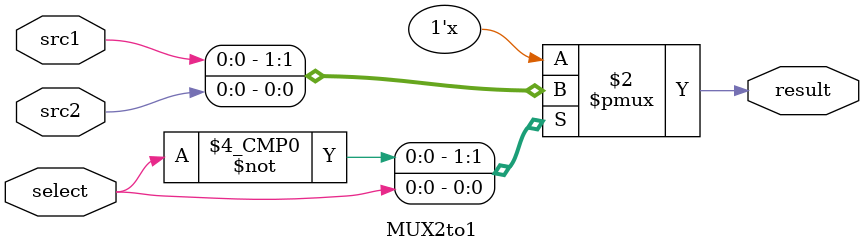
<source format=v>
module MUX2to1(
	input      src1,
	input      src2,
	input	   select,
	output reg result
	);
/* Write your code HERE */

always @(*) begin
	// $display("mux2 ",src1,src2,select);
	case(select)
		1'b0:
			result <=src1;
		1'b1:
			result <=src2;
	endcase
	// $display("res %d",result);
end


endmodule

</source>
